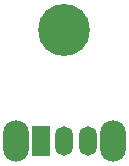
<source format=gbr>
%TF.GenerationSoftware,KiCad,Pcbnew,9.0.7*%
%TF.CreationDate,2026-02-11T18:54:04-08:00*%
%TF.ProjectId,gbsc-vgaswitch,67627363-2d76-4676-9173-77697463682e,rev?*%
%TF.SameCoordinates,Original*%
%TF.FileFunction,Copper,L2,Bot*%
%TF.FilePolarity,Positive*%
%FSLAX46Y46*%
G04 Gerber Fmt 4.6, Leading zero omitted, Abs format (unit mm)*
G04 Created by KiCad (PCBNEW 9.0.7) date 2026-02-11 18:54:04*
%MOMM*%
%LPD*%
G01*
G04 APERTURE LIST*
%TA.AperFunction,ComponentPad*%
%ADD10O,2.200000X3.500000*%
%TD*%
%TA.AperFunction,ComponentPad*%
%ADD11R,1.500000X2.500000*%
%TD*%
%TA.AperFunction,ComponentPad*%
%ADD12O,1.500000X2.500000*%
%TD*%
%TA.AperFunction,ComponentPad*%
%ADD13C,4.400000*%
%TD*%
G04 APERTURE END LIST*
D10*
%TO.P,SW1,*%
%TO.N,*%
X133550000Y-101750000D03*
X141750000Y-101750000D03*
D11*
%TO.P,SW1,1,A*%
%TO.N,Net-(SW1-A)*%
X135650000Y-101750000D03*
D12*
%TO.P,SW1,2,B*%
%TO.N,Net-(J1-Pin_1)*%
X137650000Y-101750000D03*
%TO.P,SW1,3,C*%
%TO.N,unconnected-(SW1-C-Pad3)*%
X139650000Y-101750000D03*
%TD*%
D13*
%TO.P,REF\u002A\u002A,1*%
%TO.N,N/C*%
X137650000Y-92300000D03*
%TD*%
M02*

</source>
